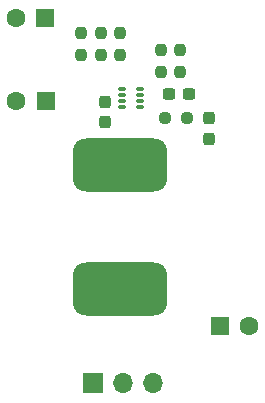
<source format=gts>
G04 #@! TF.GenerationSoftware,KiCad,Pcbnew,8.0.6*
G04 #@! TF.CreationDate,2024-11-13T16:27:34-08:00*
G04 #@! TF.ProjectId,snes_switching_regulator,736e6573-5f73-4776-9974-6368696e675f,A*
G04 #@! TF.SameCoordinates,Original*
G04 #@! TF.FileFunction,Soldermask,Top*
G04 #@! TF.FilePolarity,Negative*
%FSLAX46Y46*%
G04 Gerber Fmt 4.6, Leading zero omitted, Abs format (unit mm)*
G04 Created by KiCad (PCBNEW 8.0.6) date 2024-11-13 16:27:34*
%MOMM*%
%LPD*%
G01*
G04 APERTURE LIST*
G04 Aperture macros list*
%AMRoundRect*
0 Rectangle with rounded corners*
0 $1 Rounding radius*
0 $2 $3 $4 $5 $6 $7 $8 $9 X,Y pos of 4 corners*
0 Add a 4 corners polygon primitive as box body*
4,1,4,$2,$3,$4,$5,$6,$7,$8,$9,$2,$3,0*
0 Add four circle primitives for the rounded corners*
1,1,$1+$1,$2,$3*
1,1,$1+$1,$4,$5*
1,1,$1+$1,$6,$7*
1,1,$1+$1,$8,$9*
0 Add four rect primitives between the rounded corners*
20,1,$1+$1,$2,$3,$4,$5,0*
20,1,$1+$1,$4,$5,$6,$7,0*
20,1,$1+$1,$6,$7,$8,$9,0*
20,1,$1+$1,$8,$9,$2,$3,0*%
G04 Aperture macros list end*
%ADD10RoundRect,0.237500X0.237500X-0.250000X0.237500X0.250000X-0.237500X0.250000X-0.237500X-0.250000X0*%
%ADD11R,1.600000X1.600000*%
%ADD12C,1.600000*%
%ADD13RoundRect,0.237500X-0.237500X0.300000X-0.237500X-0.300000X0.237500X-0.300000X0.237500X0.300000X0*%
%ADD14RoundRect,1.125000X-2.875000X1.125000X-2.875000X-1.125000X2.875000X-1.125000X2.875000X1.125000X0*%
%ADD15RoundRect,0.237500X-0.250000X-0.237500X0.250000X-0.237500X0.250000X0.237500X-0.250000X0.237500X0*%
%ADD16RoundRect,0.050000X-0.285000X-0.100000X0.285000X-0.100000X0.285000X0.100000X-0.285000X0.100000X0*%
%ADD17RoundRect,0.237500X-0.300000X-0.237500X0.300000X-0.237500X0.300000X0.237500X-0.300000X0.237500X0*%
%ADD18O,1.700000X1.700000*%
%ADD19R,1.700000X1.700000*%
G04 APERTURE END LIST*
D10*
X134112000Y-105744000D03*
X134112000Y-107569000D03*
D11*
X129412380Y-104481000D03*
D12*
X126912380Y-104481000D03*
D13*
X134493000Y-113284000D03*
X134493000Y-111559000D03*
D10*
X139192000Y-107164500D03*
X139192000Y-108989500D03*
D14*
X135763000Y-116924000D03*
X135763000Y-127424000D03*
D10*
X140843000Y-107164500D03*
X140843000Y-108989500D03*
D15*
X141374500Y-112903000D03*
X139549500Y-112903000D03*
D10*
X135763000Y-105744000D03*
X135763000Y-107569000D03*
D16*
X137392000Y-110502000D03*
X137392000Y-111002000D03*
X137392000Y-111502000D03*
X137392000Y-112002000D03*
X135912000Y-112002000D03*
X135912000Y-111502000D03*
X135912000Y-111002000D03*
X135912000Y-110502000D03*
D10*
X132461000Y-105744000D03*
X132461000Y-107569000D03*
D11*
X129452380Y-111506000D03*
D12*
X126952380Y-111506000D03*
D17*
X141578500Y-110871000D03*
X139853500Y-110871000D03*
D13*
X143256000Y-114681000D03*
X143256000Y-112956000D03*
D11*
X144185000Y-130556000D03*
D12*
X146685000Y-130556000D03*
D18*
X138557000Y-135382000D03*
X136017000Y-135382000D03*
D19*
X133477000Y-135382000D03*
M02*

</source>
